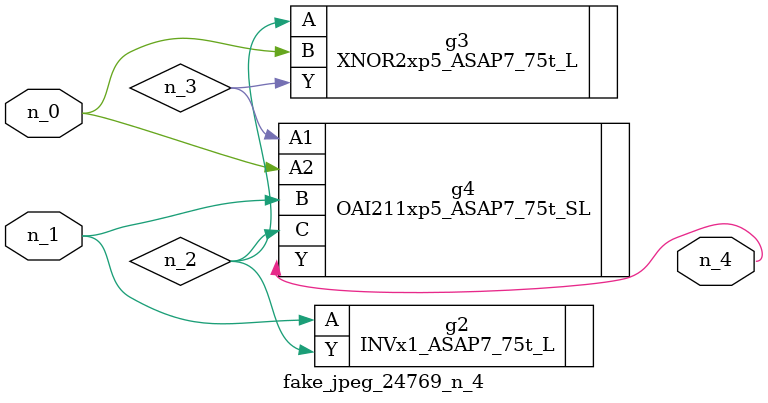
<source format=v>
module fake_jpeg_24769_n_4 (n_0, n_1, n_4);

input n_0;
input n_1;

output n_4;

wire n_3;
wire n_2;

INVx1_ASAP7_75t_L g2 ( 
.A(n_1),
.Y(n_2)
);

XNOR2xp5_ASAP7_75t_L g3 ( 
.A(n_2),
.B(n_0),
.Y(n_3)
);

OAI211xp5_ASAP7_75t_SL g4 ( 
.A1(n_3),
.A2(n_0),
.B(n_1),
.C(n_2),
.Y(n_4)
);


endmodule
</source>
